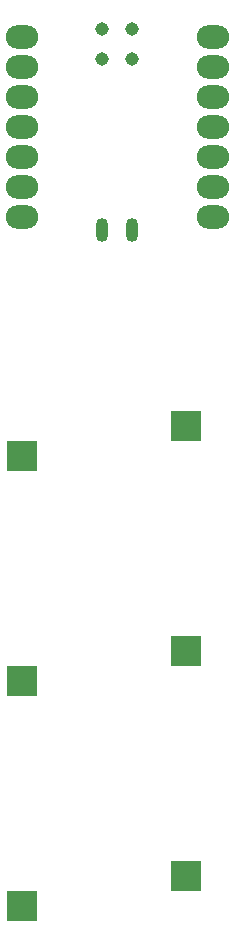
<source format=gbr>
%TF.GenerationSoftware,KiCad,Pcbnew,(6.0.4-0)*%
%TF.CreationDate,2022-07-29T07:15:44-05:00*%
%TF.ProjectId,knoblin3,6b6e6f62-6c69-46e3-932e-6b696361645f,rev?*%
%TF.SameCoordinates,Original*%
%TF.FileFunction,Paste,Bot*%
%TF.FilePolarity,Positive*%
%FSLAX46Y46*%
G04 Gerber Fmt 4.6, Leading zero omitted, Abs format (unit mm)*
G04 Created by KiCad (PCBNEW (6.0.4-0)) date 2022-07-29 07:15:44*
%MOMM*%
%LPD*%
G01*
G04 APERTURE LIST*
%ADD10R,2.550000X2.500000*%
%ADD11O,2.748280X1.998980*%
%ADD12O,1.016000X2.032000*%
%ADD13C,1.143000*%
G04 APERTURE END LIST*
D10*
%TO.C,SW6*%
X144402500Y-109220000D03*
X130552500Y-111760000D03*
%TD*%
%TO.C,SW4*%
X144402500Y-71120000D03*
X130552500Y-73660000D03*
%TD*%
%TO.C,SW5*%
X144402500Y-90170000D03*
X130552500Y-92710000D03*
%TD*%
D11*
%TO.C,U1*%
X146687540Y-38244240D03*
X146687540Y-40784240D03*
X146687540Y-43324240D03*
X146687540Y-45864240D03*
X146687540Y-48404240D03*
X146687540Y-50944240D03*
X146687540Y-53484240D03*
X130522980Y-53484240D03*
X130522980Y-50944240D03*
X130522980Y-48404240D03*
X130522980Y-45864240D03*
X130522980Y-43324240D03*
X130522980Y-40784240D03*
X130522980Y-38244240D03*
D12*
X139820660Y-54562060D03*
X137270660Y-54562060D03*
D13*
X139821857Y-37557873D03*
X137281857Y-37557873D03*
X139821857Y-40097873D03*
X137281857Y-40097873D03*
%TD*%
M02*

</source>
